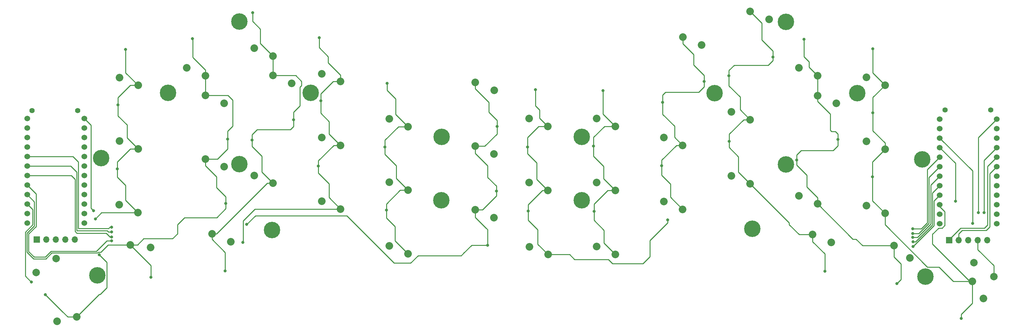
<source format=gbr>
%TF.GenerationSoftware,KiCad,Pcbnew,(6.0.5-0)*%
%TF.CreationDate,2023-01-31T11:57:14-08:00*%
%TF.ProjectId,Swept_3x6,53776570-745f-4337-9836-2e6b69636164,rev?*%
%TF.SameCoordinates,Original*%
%TF.FileFunction,Copper,L1,Top*%
%TF.FilePolarity,Positive*%
%FSLAX46Y46*%
G04 Gerber Fmt 4.6, Leading zero omitted, Abs format (unit mm)*
G04 Created by KiCad (PCBNEW (6.0.5-0)) date 2023-01-31 11:57:14*
%MOMM*%
%LPD*%
G01*
G04 APERTURE LIST*
%TA.AperFunction,ComponentPad*%
%ADD10C,4.400000*%
%TD*%
%TA.AperFunction,ComponentPad*%
%ADD11C,1.524000*%
%TD*%
%TA.AperFunction,ComponentPad*%
%ADD12C,2.032000*%
%TD*%
%TA.AperFunction,ComponentPad*%
%ADD13C,2.000000*%
%TD*%
%TA.AperFunction,ComponentPad*%
%ADD14C,1.397000*%
%TD*%
%TA.AperFunction,ComponentPad*%
%ADD15O,1.700000X1.700000*%
%TD*%
%TA.AperFunction,ComponentPad*%
%ADD16R,1.700000X1.700000*%
%TD*%
%TA.AperFunction,ViaPad*%
%ADD17C,0.800000*%
%TD*%
%TA.AperFunction,Conductor*%
%ADD18C,0.250000*%
%TD*%
G04 APERTURE END LIST*
D10*
%TO.P,,1*%
%TO.N,N/C*%
X166830000Y-54630000D03*
%TD*%
%TO.P,,1*%
%TO.N,N/C*%
X166820000Y-71570000D03*
%TD*%
%TO.P,,1*%
%TO.N,N/C*%
X129320000Y-71540000D03*
%TD*%
%TO.P,,1*%
%TO.N,N/C*%
X129350000Y-54610000D03*
%TD*%
D11*
%TO.P,U1,1,TX*%
%TO.N,CS*%
X277659800Y-49850000D03*
%TO.P,U1,2,RX*%
%TO.N,unconnected-(U1-Pad2)*%
X277659800Y-52390000D03*
%TO.P,U1,3,GND*%
%TO.N,gnd*%
X277659800Y-54930000D03*
%TO.P,U1,4,GND*%
X277659800Y-57470000D03*
%TO.P,U1,5,SDA*%
%TO.N,MOSI*%
X277659800Y-60010000D03*
%TO.P,U1,6,SCL*%
%TO.N,SCK*%
X277659800Y-62550000D03*
%TO.P,U1,7,D4*%
%TO.N,row_0*%
X277659800Y-65090000D03*
%TO.P,U1,8,C6*%
%TO.N,row_1*%
X277659800Y-67630000D03*
%TO.P,U1,9,D7*%
%TO.N,row_2*%
X277659800Y-70170000D03*
%TO.P,U1,10,E6*%
%TO.N,row_3*%
X277659800Y-72710000D03*
%TO.P,U1,11,B4*%
%TO.N,unconnected-(U1-Pad11)*%
X277659800Y-75250000D03*
%TO.P,U1,12,B5*%
%TO.N,unconnected-(U1-Pad12)*%
X277659800Y-77790000D03*
%TO.P,U1,13,B6*%
%TO.N,unconnected-(U1-Pad13)*%
X262439800Y-77790000D03*
%TO.P,U1,14,B2*%
%TO.N,unconnected-(U1-Pad14)*%
X262439800Y-75250000D03*
%TO.P,U1,15,B3*%
%TO.N,col5*%
X262439800Y-72710000D03*
%TO.P,U1,16,B1*%
%TO.N,col4*%
X262439800Y-70170000D03*
%TO.P,U1,17,F7*%
%TO.N,col3*%
X262439800Y-67630000D03*
%TO.P,U1,18,F6*%
%TO.N,col2*%
X262439800Y-65090000D03*
%TO.P,U1,19,F5*%
%TO.N,col1*%
X262439800Y-62550000D03*
%TO.P,U1,20,F4*%
%TO.N,col0*%
X262439800Y-60010000D03*
%TO.P,U1,21,VCC*%
%TO.N,vcc*%
X262439800Y-57470000D03*
%TO.P,U1,22,RST*%
%TO.N,reset*%
X262439800Y-54930000D03*
%TO.P,U1,23,GND*%
%TO.N,gnd*%
X262439800Y-52390000D03*
%TO.P,U1,24,RAW*%
%TO.N,raw*%
X262439800Y-49850000D03*
%TD*%
D12*
%TO.P,SW16,1,1*%
%TO.N,col2*%
X193776600Y-74022800D03*
%TO.P,SW16,2,2*%
%TO.N,Net-(D14-Pad2)*%
X188776600Y-71922800D03*
%TD*%
%TO.P,SW20,1,1*%
%TO.N,col3*%
X228473000Y-80739400D03*
%TO.P,SW20,2,2*%
%TO.N,Net-(D18-Pad2)*%
X233473000Y-82839400D03*
%TD*%
%TO.P,SW15,1,1*%
%TO.N,col1*%
X175818800Y-86037000D03*
%TO.P,SW15,2,2*%
%TO.N,Net-(D13-Pad2)*%
X170818800Y-83937000D03*
%TD*%
%TO.P,SW21,1,1*%
%TO.N,col4*%
X250193032Y-83658238D03*
%TO.P,SW21,2,2*%
%TO.N,Net-(D19-Pad2)*%
X254479142Y-86980777D03*
%TD*%
%TO.P,SW17,1,1*%
%TO.N,col3*%
X211785200Y-67139400D03*
%TO.P,SW17,2,2*%
%TO.N,Net-(D15-Pad2)*%
X206785200Y-65039400D03*
%TD*%
%TO.P,SW18,1,1*%
%TO.N,col4*%
X229793800Y-72498800D03*
%TO.P,SW18,2,2*%
%TO.N,Net-(D16-Pad2)*%
X224793800Y-70398800D03*
%TD*%
%TO.P,SW4,1,1*%
%TO.N,col2*%
X193802000Y-27983600D03*
%TO.P,SW4,2,2*%
%TO.N,Net-(D2-Pad2)*%
X198802000Y-30083600D03*
%TD*%
%TO.P,SW3,1,1*%
%TO.N,col1*%
X175793400Y-51823200D03*
%TO.P,SW3,2,2*%
%TO.N,Net-(D1-Pad2)*%
X170793400Y-49723200D03*
%TD*%
%TO.P,SW9,1,1*%
%TO.N,col1*%
X175793400Y-68917400D03*
%TO.P,SW9,2,2*%
%TO.N,Net-(D7-Pad2)*%
X170793400Y-66817400D03*
%TD*%
%TO.P,SW14,1,1*%
%TO.N,col0*%
X157810200Y-86062400D03*
%TO.P,SW14,2,2*%
%TO.N,Net-(D12-Pad2)*%
X152810200Y-83962400D03*
%TD*%
%TO.P,SW12,1,1*%
%TO.N,col4*%
X229793800Y-43579200D03*
%TO.P,SW12,2,2*%
%TO.N,Net-(D10-Pad2)*%
X234793800Y-45679200D03*
%TD*%
%TO.P,SW11,1,1*%
%TO.N,col3*%
X211785200Y-50019800D03*
%TO.P,SW11,2,2*%
%TO.N,Net-(D9-Pad2)*%
X206785200Y-47919800D03*
%TD*%
%TO.P,SW8,1,1*%
%TO.N,col0*%
X157784800Y-68942800D03*
%TO.P,SW8,2,2*%
%TO.N,Net-(D6-Pad2)*%
X152784800Y-66842800D03*
%TD*%
%TO.P,SW6,1,1*%
%TO.N,col4*%
X229819200Y-38259600D03*
%TO.P,SW6,2,2*%
%TO.N,Net-(D4-Pad2)*%
X224819200Y-36159600D03*
%TD*%
%TO.P,SW5,1,1*%
%TO.N,col3*%
X211810600Y-21125600D03*
%TO.P,SW5,2,2*%
%TO.N,Net-(D3-Pad2)*%
X216810600Y-23225600D03*
%TD*%
%TO.P,SW2,1,1*%
%TO.N,col0*%
X157784800Y-51823200D03*
%TO.P,SW2,2,2*%
%TO.N,Net-(D0-Pad2)*%
X152784800Y-49723200D03*
%TD*%
D13*
%TO.P,RSW1,1,1*%
%TO.N,gnd*%
X276852244Y-91994123D03*
%TO.P,RSW1,2,2*%
%TO.N,reset*%
X271527756Y-88265877D03*
%TD*%
D12*
%TO.P,SW10,1,1*%
%TO.N,col2*%
X193776600Y-56903200D03*
%TO.P,SW10,2,2*%
%TO.N,Net-(D8-Pad2)*%
X188776600Y-54803200D03*
%TD*%
D10*
%TO.P,REF\u002A\u002A,1*%
%TO.N,N/C*%
X240352000Y-42936000D03*
X202252000Y-42936000D03*
X221302000Y-23886000D03*
X221302000Y-61986000D03*
%TD*%
D11*
%TO.P,U2,1,TX*%
%TO.N,CSr*%
X33942000Y-49722800D03*
%TO.P,U2,2,RX*%
%TO.N,unconnected-(U2-Pad2)*%
X33942000Y-52262800D03*
%TO.P,U2,3,GND*%
%TO.N,gnd_r*%
X33942000Y-54802800D03*
%TO.P,U2,4,GND*%
X33942000Y-57342800D03*
%TO.P,U2,5,SDA*%
%TO.N,MOSIr*%
X33942000Y-59882800D03*
%TO.P,U2,6,SCL*%
%TO.N,SCKr*%
X33942000Y-62422800D03*
%TO.P,U2,7,D4*%
%TO.N,row_0r*%
X33942000Y-64962800D03*
%TO.P,U2,8,C6*%
%TO.N,row_1r*%
X33942000Y-67502800D03*
%TO.P,U2,9,D7*%
%TO.N,row_2r*%
X33942000Y-70042800D03*
%TO.P,U2,10,E6*%
%TO.N,row_3r*%
X33942000Y-72582800D03*
%TO.P,U2,11,B4*%
%TO.N,unconnected-(U2-Pad11)*%
X33942000Y-75122800D03*
%TO.P,U2,12,B5*%
%TO.N,unconnected-(U2-Pad12)*%
X33942000Y-77662800D03*
%TO.P,U2,13,B6*%
%TO.N,unconnected-(U2-Pad13)*%
X18722000Y-77662800D03*
%TO.P,U2,14,B2*%
%TO.N,unconnected-(U2-Pad14)*%
X18722000Y-75122800D03*
%TO.P,U2,15,B3*%
%TO.N,col5r*%
X18722000Y-72582800D03*
%TO.P,U2,16,B1*%
%TO.N,col4r*%
X18722000Y-70042800D03*
%TO.P,U2,17,F7*%
%TO.N,col3r*%
X18722000Y-67502800D03*
%TO.P,U2,18,F6*%
%TO.N,col2r*%
X18722000Y-64962800D03*
%TO.P,U2,19,F5*%
%TO.N,col1r*%
X18722000Y-62422800D03*
%TO.P,U2,20,F4*%
%TO.N,col0r*%
X18722000Y-59882800D03*
%TO.P,U2,21,VCC*%
%TO.N,vcc_r*%
X18722000Y-57342800D03*
%TO.P,U2,22,RST*%
%TO.N,reset_r*%
X18722000Y-54802800D03*
%TO.P,U2,23,GND*%
%TO.N,gnd_r*%
X18722000Y-52262800D03*
%TO.P,U2,24,RAW*%
%TO.N,raw_r*%
X18722000Y-49722800D03*
%TD*%
D12*
%TO.P,SW17_r1,1,1*%
%TO.N,col3r*%
X84378800Y-67012400D03*
%TO.P,SW17_r1,2,2*%
%TO.N,Net-(Dr15-Pad2)*%
X79378800Y-64912400D03*
%TD*%
%TO.P,SW11_r1,1,1*%
%TO.N,col3r*%
X84353400Y-38219800D03*
%TO.P,SW11_r1,2,2*%
%TO.N,Net-(Dr9-Pad2)*%
X89353400Y-40319800D03*
%TD*%
%TO.P,SW15_r1,1,1*%
%TO.N,col1r*%
X120396000Y-85859200D03*
%TO.P,SW15_r1,2,2*%
%TO.N,Net-(Dr13-Pad2)*%
X115396000Y-83759200D03*
%TD*%
%TO.P,SW18_r1,1,1*%
%TO.N,col4r*%
X66344800Y-60521000D03*
%TO.P,SW18_r1,2,2*%
%TO.N,Net-(Dr16-Pad2)*%
X71344800Y-62621000D03*
%TD*%
%TO.P,SW6_r1,1,1*%
%TO.N,col4r*%
X66344800Y-38259600D03*
%TO.P,SW6_r1,2,2*%
%TO.N,Net-(Dr4-Pad2)*%
X61344800Y-36159600D03*
%TD*%
%TO.P,SW5_r1,1,1*%
%TO.N,col3r*%
X84378800Y-33001800D03*
%TO.P,SW5_r1,2,2*%
%TO.N,Net-(Dr3-Pad2)*%
X79378800Y-30901800D03*
%TD*%
%TO.P,SW2_r1,1,1*%
%TO.N,col0r*%
X138404600Y-40074000D03*
%TO.P,SW2_r1,2,2*%
%TO.N,Net-(Dr0-Pad2)*%
X143404600Y-42174000D03*
%TD*%
%TO.P,SW16_r1,1,1*%
%TO.N,col2r*%
X102412800Y-73895800D03*
%TO.P,SW16_r1,2,2*%
%TO.N,Net-(Dr14-Pad2)*%
X97412800Y-71795800D03*
%TD*%
%TO.P,SW4_r1,1,1*%
%TO.N,col2r*%
X102387400Y-39834400D03*
%TO.P,SW4_r1,2,2*%
%TO.N,Net-(Dr2-Pad2)*%
X97387400Y-37734400D03*
%TD*%
%TO.P,SW13_r1,1,1*%
%TO.N,col5r*%
X48336200Y-57843000D03*
%TO.P,SW13_r1,2,2*%
%TO.N,Net-(Dr11-Pad2)*%
X43336200Y-55743000D03*
%TD*%
%TO.P,SW12_r1,1,1*%
%TO.N,col4r*%
X66344800Y-43528400D03*
%TO.P,SW12_r1,2,2*%
%TO.N,Net-(Dr10-Pad2)*%
X71344800Y-45628400D03*
%TD*%
%TO.P,SW3_r1,1,1*%
%TO.N,col1r*%
X120396000Y-51874000D03*
%TO.P,SW3_r1,2,2*%
%TO.N,Net-(Dr1-Pad2)*%
X115396000Y-49774000D03*
%TD*%
%TO.P,SW8_r1,1,1*%
%TO.N,col0r*%
X138379200Y-57066600D03*
%TO.P,SW8_r1,2,2*%
%TO.N,Net-(Dr6-Pad2)*%
X143379200Y-59166600D03*
%TD*%
%TO.P,SW21_r1,1,1*%
%TO.N,col4r*%
X46250368Y-83455038D03*
%TO.P,SW21_r1,2,2*%
%TO.N,Net-(Dr19-Pad2)*%
X51623517Y-84189387D03*
%TD*%
%TO.P,SW9_r1,1,1*%
%TO.N,col1r*%
X120396000Y-68866600D03*
%TO.P,SW9_r1,2,2*%
%TO.N,Net-(Dr7-Pad2)*%
X115396000Y-66766600D03*
%TD*%
%TO.P,SW20_r1,1,1*%
%TO.N,col3r*%
X68072000Y-80510800D03*
%TO.P,SW20_r1,2,2*%
%TO.N,Net-(Dr18-Pad2)*%
X73072000Y-82610800D03*
%TD*%
%TO.P,SW7_r1,1,1*%
%TO.N,col5r*%
X48336200Y-40850400D03*
%TO.P,SW7_r1,2,2*%
%TO.N,Net-(Dr5-Pad2)*%
X43336200Y-38750400D03*
%TD*%
D10*
%TO.P,REF\u002A\u002A,1*%
%TO.N,N/C*%
X94407400Y-42878400D03*
X56307400Y-42878400D03*
X75357400Y-61928400D03*
X75357400Y-23828400D03*
%TD*%
D13*
%TO.P,RSW2,1,1*%
%TO.N,gnd_r*%
X26412244Y-87115877D03*
%TO.P,RSW2,2,2*%
%TO.N,reset_r*%
X21087756Y-90844123D03*
%TD*%
D12*
%TO.P,SW13,1,1*%
%TO.N,col5*%
X247827800Y-57944600D03*
%TO.P,SW13,2,2*%
%TO.N,Net-(D11-Pad2)*%
X242827800Y-55844600D03*
%TD*%
D10*
%TO.P,,1*%
%TO.N,N/C*%
X212360000Y-79150000D03*
%TD*%
D12*
%TO.P,SW22,1,1*%
%TO.N,col5*%
X271150901Y-93211003D03*
%TO.P,SW22,2,2*%
%TO.N,Net-(D20-Pad2)*%
X274042151Y-97799104D03*
%TD*%
%TO.P,SW19,1,1*%
%TO.N,col5*%
X247827800Y-75064200D03*
%TO.P,SW19,2,2*%
%TO.N,Net-(D17-Pad2)*%
X242827800Y-72964200D03*
%TD*%
D10*
%TO.P,,1*%
%TO.N,N/C*%
X257750000Y-60620000D03*
%TD*%
D12*
%TO.P,SW19_r1,1,1*%
%TO.N,col5r*%
X48310800Y-74861000D03*
%TO.P,SW19_r1,2,2*%
%TO.N,Net-(Dr17-Pad2)*%
X43310800Y-72761000D03*
%TD*%
D10*
%TO.P,,1*%
%TO.N,N/C*%
X37450000Y-91600000D03*
%TD*%
D14*
%TO.P,Bat+1,1,1*%
%TO.N,BT+*%
X263855200Y-47396400D03*
%TD*%
D12*
%TO.P,SW10_r1,1,1*%
%TO.N,col2r*%
X102387400Y-56877800D03*
%TO.P,SW10_r1,2,2*%
%TO.N,Net-(Dr8-Pad2)*%
X97387400Y-54777800D03*
%TD*%
%TO.P,SW22_r1,1,1*%
%TO.N,col5r*%
X31968637Y-102744927D03*
%TO.P,SW22_r1,2,2*%
%TO.N,Net-(Dr20-Pad2)*%
X26668366Y-103892590D03*
%TD*%
D14*
%TO.P,BatGND1,1,1*%
%TO.N,gnd*%
X275996400Y-47447200D03*
%TD*%
%TO.P,Bat+r1,1,1*%
%TO.N,BT+_r*%
X20040600Y-47574200D03*
%TD*%
D10*
%TO.P,,1*%
%TO.N,N/C*%
X258610000Y-91950000D03*
%TD*%
D15*
%TO.P,J1,5,Pin_5*%
%TO.N,CS*%
X275125000Y-82180000D03*
%TO.P,J1,4,Pin_4*%
%TO.N,gnd*%
X272585000Y-82180000D03*
%TO.P,J1,3,Pin_3*%
%TO.N,vcc*%
X270045000Y-82180000D03*
%TO.P,J1,2,Pin_2*%
%TO.N,SCK*%
X267505000Y-82180000D03*
D16*
%TO.P,J1,1,Pin_1*%
%TO.N,MOSI*%
X264965000Y-82180000D03*
%TD*%
D10*
%TO.P,,1*%
%TO.N,N/C*%
X38450000Y-60260000D03*
%TD*%
D12*
%TO.P,SW14_r1,1,1*%
%TO.N,col0r*%
X138379200Y-74084600D03*
%TO.P,SW14_r1,2,2*%
%TO.N,Net-(Dr12-Pad2)*%
X143379200Y-76184600D03*
%TD*%
%TO.P,SW7,1,1*%
%TO.N,col5*%
X247827800Y-40825000D03*
%TO.P,SW7,2,2*%
%TO.N,Net-(D5-Pad2)*%
X242827800Y-38725000D03*
%TD*%
D10*
%TO.P,,1*%
%TO.N,N/C*%
X84080000Y-79480000D03*
%TD*%
D16*
%TO.P,J2,1,Pin_1*%
%TO.N,MOSIr*%
X21230000Y-82090000D03*
D15*
%TO.P,J2,2,Pin_2*%
%TO.N,SCKr*%
X23770000Y-82090000D03*
%TO.P,J2,3,Pin_3*%
%TO.N,vcc_r*%
X26310000Y-82090000D03*
%TO.P,J2,4,Pin_4*%
%TO.N,gnd_r*%
X28850000Y-82090000D03*
%TO.P,J2,5,Pin_5*%
%TO.N,CSr*%
X31390000Y-82090000D03*
%TD*%
D14*
%TO.P,BatGND4,1,1*%
%TO.N,gnd_r*%
X32207200Y-47625000D03*
%TD*%
D17*
%TO.N,gnd*%
X274260000Y-74860000D03*
%TO.N,vcc*%
X266620000Y-71770000D03*
%TO.N,reset*%
X271230000Y-77750000D03*
%TO.N,CS*%
X272740000Y-74890000D03*
%TO.N,CSr*%
X36395000Y-74345000D03*
%TO.N,col0*%
X189763400Y-76809600D03*
X255219200Y-79171800D03*
X154457400Y-42011600D03*
X152501600Y-74472800D03*
X152323800Y-57302400D03*
%TO.N,col1*%
X255219200Y-80483697D03*
X170103800Y-74498200D03*
X169976800Y-57073800D03*
X172516800Y-42240200D03*
%TO.N,col2*%
X255219200Y-81483200D03*
X188188600Y-62306200D03*
X188417200Y-45364400D03*
X199517000Y-39801800D03*
%TO.N,col3*%
X206121000Y-38277800D03*
X217855800Y-33274000D03*
X206171800Y-55778400D03*
X255270000Y-82651600D03*
X231724200Y-90551000D03*
%TO.N,col4*%
X226187000Y-28549600D03*
X255320800Y-83921600D03*
X235204000Y-55321200D03*
X250952000Y-93827600D03*
X224256600Y-60782200D03*
%TO.N,col5*%
X244475000Y-65303400D03*
X244576600Y-48158400D03*
X244551200Y-31064200D03*
X268198600Y-103124000D03*
%TO.N,col0r*%
X77343000Y-78028800D03*
X41275000Y-78765400D03*
X144170400Y-51866800D03*
X144018000Y-69062600D03*
X141630400Y-83540600D03*
%TO.N,col1r*%
X114249200Y-57327800D03*
X114808000Y-40335200D03*
X114655600Y-74168000D03*
X41249600Y-80010000D03*
%TO.N,col2r*%
X96494600Y-62382400D03*
X97104200Y-44983400D03*
X96723200Y-28092400D03*
X41249600Y-81356200D03*
X76327000Y-82854800D03*
%TO.N,col3r*%
X89814400Y-50063400D03*
X71602600Y-90398600D03*
X78968600Y-21463000D03*
X41249600Y-82397600D03*
X78765400Y-55448200D03*
%TO.N,col4r*%
X51790600Y-92100400D03*
X72212200Y-55194200D03*
X62865000Y-28371800D03*
X71729600Y-72440800D03*
%TO.N,col5r*%
X37973000Y-86131400D03*
X42976800Y-46075600D03*
X23571200Y-96748600D03*
X42773600Y-63169800D03*
X36906200Y-76530200D03*
X45008800Y-31267400D03*
X19837400Y-93370400D03*
%TD*%
D18*
%TO.N,col5r*%
X39990000Y-88148400D02*
X39990000Y-94960000D01*
X37973000Y-86131400D02*
X39990000Y-88148400D01*
X39990000Y-94960000D02*
X38209436Y-96740564D01*
X38209436Y-96740564D02*
X37973000Y-96740564D01*
%TO.N,MOSI*%
X264965000Y-82075000D02*
X268030000Y-79010000D01*
X264965000Y-82180000D02*
X264965000Y-82075000D01*
%TO.N,SCK*%
X267505000Y-82180000D02*
X267505000Y-80535000D01*
X267505000Y-80535000D02*
X268450000Y-79590000D01*
%TO.N,gnd*%
X272585000Y-84745000D02*
X272585000Y-82180000D01*
X276852244Y-89012244D02*
X272585000Y-84745000D01*
X276852244Y-91994123D02*
X276852244Y-89012244D01*
%TO.N,SCK*%
X274840000Y-79590000D02*
X275790000Y-78640000D01*
X275790000Y-78640000D02*
X275790000Y-64419800D01*
X268450000Y-79590000D02*
X274840000Y-79590000D01*
X275790000Y-64419800D02*
X277659800Y-62550000D01*
%TO.N,MOSI*%
X268030000Y-79010000D02*
X274360000Y-79010000D01*
X274360000Y-79010000D02*
X274380000Y-79030000D01*
X274380000Y-79030000D02*
X275210000Y-78200000D01*
X275210000Y-78200000D02*
X275210000Y-62459800D01*
X275210000Y-62459800D02*
X277659800Y-60010000D01*
%TO.N,gnd*%
X274260000Y-60869800D02*
X277659800Y-57470000D01*
X274260000Y-74860000D02*
X274260000Y-60869800D01*
%TO.N,vcc*%
X266620000Y-61650200D02*
X262439800Y-57470000D01*
X266620000Y-71770000D02*
X266620000Y-61650200D01*
%TO.N,reset*%
X262439800Y-54930000D02*
X271230000Y-63720200D01*
X271230000Y-63720200D02*
X271230000Y-77750000D01*
%TO.N,CS*%
X272740000Y-54769800D02*
X277659800Y-49850000D01*
X272740000Y-74890000D02*
X272740000Y-54769800D01*
%TO.N,CSr*%
X33942000Y-49722800D02*
X35720000Y-51500800D01*
X35720000Y-73670000D02*
X36395000Y-74345000D01*
X35720000Y-51500800D02*
X35720000Y-73670000D01*
%TO.N,col0*%
X189763400Y-77546200D02*
X189763400Y-76809600D01*
X152323800Y-57302400D02*
X152323800Y-59080400D01*
X157784800Y-51823200D02*
X155313800Y-51823200D01*
X155549600Y-48437800D02*
X155549600Y-47454992D01*
X155067000Y-83319200D02*
X157810200Y-86062400D01*
X259110720Y-63339080D02*
X262439800Y-60010000D01*
X155067000Y-79425800D02*
X155067000Y-83319200D01*
X154813000Y-61569600D02*
X154813000Y-65971000D01*
X259110720Y-77540162D02*
X259110720Y-63339080D01*
X157784800Y-51823200D02*
X155549600Y-49588000D01*
X175056800Y-88493600D02*
X183184800Y-88493600D01*
X163557800Y-86062400D02*
X164872911Y-87377511D01*
X183184800Y-88493600D02*
X185013600Y-86664800D01*
X155313800Y-51823200D02*
X152323800Y-54813200D01*
X152501600Y-76860400D02*
X155067000Y-79425800D01*
X154813000Y-65971000D02*
X157784800Y-68942800D01*
X185013600Y-82296000D02*
X189763400Y-77546200D01*
X152323800Y-59080400D02*
X154813000Y-61569600D01*
X157810200Y-86062400D02*
X163557800Y-86062400D01*
X152323800Y-54813200D02*
X152323800Y-57302400D01*
X255219200Y-79171800D02*
X257479082Y-79171800D01*
X152501600Y-72745600D02*
X152501600Y-74472800D01*
X155549600Y-49588000D02*
X155549600Y-48437800D01*
X257479082Y-79171800D02*
X259110720Y-77540162D01*
X173940711Y-87377511D02*
X175056800Y-88493600D01*
X154457400Y-46362792D02*
X154457400Y-42011600D01*
X155549600Y-47454992D02*
X154457400Y-46362792D01*
X156304400Y-68942800D02*
X152501600Y-72745600D01*
X164872911Y-87377511D02*
X173940711Y-87377511D01*
X157784800Y-68942800D02*
X156304400Y-68942800D01*
X152501600Y-74472800D02*
X152501600Y-76860400D01*
X185013600Y-86664800D02*
X185013600Y-82296000D01*
%TO.N,col1*%
X169976800Y-57073800D02*
X169976800Y-54711600D01*
X169976800Y-59817000D02*
X169976800Y-57073800D01*
X172865200Y-51823200D02*
X175793400Y-51823200D01*
X172770800Y-79578200D02*
X170103800Y-76911200D01*
X173779600Y-68917400D02*
X175793400Y-68917400D01*
X256802903Y-80483697D02*
X259560240Y-77726360D01*
X175793400Y-68917400D02*
X172669200Y-65793200D01*
X175818800Y-86037000D02*
X172770800Y-82989000D01*
X170103800Y-76911200D02*
X170103800Y-74498200D01*
X170103800Y-72593200D02*
X173779600Y-68917400D01*
X255219200Y-80483697D02*
X256802903Y-80483697D01*
X259560240Y-77726360D02*
X259560240Y-65429560D01*
X175793400Y-51823200D02*
X172516800Y-48546600D01*
X172669200Y-65793200D02*
X172669200Y-62509400D01*
X169976800Y-54711600D02*
X172865200Y-51823200D01*
X259560240Y-65429560D02*
X262439800Y-62550000D01*
X172770800Y-82989000D02*
X172770800Y-79578200D01*
X172516800Y-48546600D02*
X172516800Y-42240200D01*
X172669200Y-62509400D02*
X169976800Y-59817000D01*
X170103800Y-74498200D02*
X170103800Y-72593200D01*
%TO.N,col2*%
X189153800Y-42697400D02*
X198043800Y-42697400D01*
X196723000Y-35407600D02*
X196723000Y-32639000D01*
X192093000Y-56903200D02*
X193776600Y-56903200D01*
X188417200Y-43434000D02*
X189153800Y-42697400D01*
X193776600Y-56903200D02*
X191592200Y-54718800D01*
X188188600Y-62306200D02*
X188188600Y-60807600D01*
X260009760Y-67520040D02*
X262439800Y-65090000D01*
X188417200Y-45364400D02*
X188417200Y-43434000D01*
X193776600Y-74022800D02*
X190500000Y-70746200D01*
X196723000Y-32639000D02*
X193802000Y-29718000D01*
X199517000Y-38201600D02*
X196723000Y-35407600D01*
X199517000Y-39801800D02*
X199517000Y-38201600D01*
X256463082Y-81483200D02*
X260009760Y-77936522D01*
X190500000Y-70746200D02*
X190500000Y-67208400D01*
X260009760Y-77936522D02*
X260009760Y-67520040D01*
X193802000Y-29718000D02*
X193802000Y-27983600D01*
X188417200Y-48590200D02*
X188417200Y-45364400D01*
X188188600Y-64897000D02*
X188188600Y-62306200D01*
X191592200Y-51765200D02*
X188417200Y-48590200D01*
X188188600Y-60807600D02*
X192093000Y-56903200D01*
X199517000Y-41224200D02*
X199517000Y-39801800D01*
X191592200Y-54718800D02*
X191592200Y-51765200D01*
X190500000Y-67208400D02*
X188188600Y-64897000D01*
X255219200Y-81483200D02*
X256463082Y-81483200D01*
X198043800Y-42697400D02*
X199517000Y-41224200D01*
%TO.N,col3*%
X209143600Y-47378200D02*
X209143600Y-43992800D01*
X228473000Y-82651600D02*
X231724200Y-85902800D01*
X255270000Y-82651600D02*
X255930400Y-82651600D01*
X216611200Y-35458400D02*
X217855800Y-34213800D01*
X260459280Y-69610520D02*
X262439800Y-67630000D01*
X217855800Y-31648400D02*
X214909400Y-28702000D01*
X260459280Y-78122720D02*
X260459280Y-69610520D01*
X214909400Y-28702000D02*
X214909400Y-24224400D01*
X206121000Y-40970200D02*
X206121000Y-38277800D01*
X231724200Y-85902800D02*
X231724200Y-90551000D01*
X217855800Y-33274000D02*
X217855800Y-31648400D01*
X206171800Y-57454800D02*
X206171800Y-55778400D01*
X222173800Y-77528000D02*
X222173800Y-78054200D01*
X208635600Y-63989800D02*
X208635600Y-59918600D01*
X217855800Y-34213800D02*
X217855800Y-33274000D01*
X222173800Y-78054200D02*
X224859000Y-80739400D01*
X224859000Y-80739400D02*
X228473000Y-80739400D01*
X211785200Y-67139400D02*
X208635600Y-63989800D01*
X210050800Y-50019800D02*
X211785200Y-50019800D01*
X255930400Y-82651600D02*
X260459280Y-78122720D01*
X211785200Y-67139400D02*
X222173800Y-77528000D01*
X206171800Y-55778400D02*
X206171800Y-53898800D01*
X211785200Y-50019800D02*
X209143600Y-47378200D01*
X206171800Y-53898800D02*
X210050800Y-50019800D01*
X208635600Y-59918600D02*
X206171800Y-57454800D01*
X228473000Y-80739400D02*
X228473000Y-82651600D01*
X214909400Y-24224400D02*
X211810600Y-21125600D01*
X206121000Y-36880800D02*
X207543400Y-35458400D01*
X209143600Y-43992800D02*
X206121000Y-40970200D01*
X206121000Y-38277800D02*
X206121000Y-36880800D01*
X207543400Y-35458400D02*
X216611200Y-35458400D01*
%TO.N,col4*%
X250193032Y-83658238D02*
X250193032Y-86693232D01*
X235204000Y-55321200D02*
X235204000Y-56997600D01*
X225425000Y-58242200D02*
X224256600Y-59410600D01*
X224256600Y-60782200D02*
X224256600Y-62179200D01*
X233959400Y-58242200D02*
X225425000Y-58242200D01*
X239235400Y-81940400D02*
X240080800Y-81940400D01*
X229793800Y-43579200D02*
X229793800Y-45135800D01*
X229793800Y-45135800D02*
X233197400Y-48539400D01*
X250193032Y-86693232D02*
X252069600Y-88569800D01*
X229819200Y-38259600D02*
X227558600Y-35999000D01*
X226187000Y-33197800D02*
X226187000Y-28549600D01*
X229793800Y-72498800D02*
X239235400Y-81940400D01*
X235204000Y-53848000D02*
X235204000Y-55321200D01*
X240080800Y-81940400D02*
X241798638Y-83658238D01*
X227558600Y-35382200D02*
X227558600Y-34569400D01*
X234518200Y-53162200D02*
X235204000Y-53848000D01*
X229793800Y-70840600D02*
X229793800Y-72498800D01*
X233197400Y-52832000D02*
X233527600Y-53162200D01*
X233197400Y-48539400D02*
X233197400Y-52832000D01*
X241798638Y-83658238D02*
X250193032Y-83658238D01*
X260908800Y-78333600D02*
X260908800Y-71701000D01*
X226237800Y-33248600D02*
X226187000Y-33197800D01*
X224256600Y-59410600D02*
X224256600Y-60782200D01*
X255320800Y-83921600D02*
X260908800Y-78333600D01*
X229819200Y-43553800D02*
X229793800Y-43579200D01*
X227558600Y-34569400D02*
X226237800Y-33248600D01*
X224256600Y-62179200D02*
X226923600Y-64846200D01*
X260908800Y-71701000D02*
X262439800Y-70170000D01*
X252069600Y-92710000D02*
X250952000Y-93827600D01*
X252069600Y-88569800D02*
X252069600Y-92710000D01*
X229819200Y-38259600D02*
X229819200Y-43553800D01*
X235204000Y-56997600D02*
X233959400Y-58242200D01*
X226923600Y-67970400D02*
X229793800Y-70840600D01*
X226923600Y-64846200D02*
X226923600Y-67970400D01*
X227558600Y-35999000D02*
X227558600Y-35382200D01*
X233527600Y-53162200D02*
X234518200Y-53162200D01*
%TO.N,col5*%
X247827800Y-56235600D02*
X247827800Y-57944600D01*
X247827800Y-40825000D02*
X244551200Y-37548400D01*
X247827800Y-40825000D02*
X244576600Y-44076200D01*
X244576600Y-48158400D02*
X244576600Y-52984400D01*
X270401003Y-93211003D02*
X271150901Y-93211003D01*
X263780000Y-78260000D02*
X263070000Y-78970000D01*
X263780000Y-74570000D02*
X263780000Y-78260000D01*
X247827800Y-57944600D02*
X244475000Y-61297400D01*
X244551200Y-36271200D02*
X244551200Y-31064200D01*
X247827800Y-78105000D02*
X259130800Y-89408000D01*
X259130800Y-89408000D02*
X262204200Y-89408000D01*
X266007203Y-93211003D02*
X271150901Y-93211003D01*
X247827800Y-75064200D02*
X247827800Y-78105000D01*
X244576600Y-44076200D02*
X244576600Y-48158400D01*
X269036800Y-101168200D02*
X268198600Y-102006400D01*
X244475000Y-65303400D02*
X244475000Y-71711400D01*
X262439800Y-72710000D02*
X262439800Y-73229800D01*
X263070000Y-78970000D02*
X262130000Y-78970000D01*
X244475000Y-71711400D02*
X247827800Y-75064200D01*
X262130000Y-78970000D02*
X260470000Y-80630000D01*
X271150901Y-99054099D02*
X269036800Y-101168200D01*
X268198600Y-102006400D02*
X268198600Y-103124000D01*
X271150901Y-93211003D02*
X271150901Y-99054099D01*
X244551200Y-37548400D02*
X244551200Y-36271200D01*
X262439800Y-73229800D02*
X263780000Y-74570000D01*
X244576600Y-52984400D02*
X247827800Y-56235600D01*
X262204200Y-89408000D02*
X266007203Y-93211003D01*
X244475000Y-61297400D02*
X244475000Y-65303400D01*
X260470000Y-83280000D02*
X270401003Y-93211003D01*
X260470000Y-80630000D02*
X260470000Y-83280000D01*
%TO.N,col0r*%
X141706600Y-62331600D02*
X141706600Y-65455800D01*
X138379200Y-74084600D02*
X138379200Y-76098400D01*
X140926400Y-57066600D02*
X138379200Y-57066600D01*
X138379200Y-59004200D02*
X141706600Y-62331600D01*
X141630400Y-79349600D02*
X141630400Y-83540600D01*
X138404600Y-40074000D02*
X138404600Y-41757600D01*
X123113800Y-86360000D02*
X121132600Y-88341200D01*
X141706600Y-65455800D02*
X144018000Y-67767200D01*
X144170400Y-50190400D02*
X144170400Y-51866800D01*
X144018000Y-67767200D02*
X144018000Y-69062600D01*
X144170400Y-51866800D02*
X144170400Y-53822600D01*
X32400000Y-79070200D02*
X32400000Y-61320000D01*
X41275000Y-78765400D02*
X40767000Y-78765400D01*
X30962800Y-59882800D02*
X18722000Y-59882800D01*
X32400000Y-61320000D02*
X30962800Y-59882800D01*
X140342200Y-74084600D02*
X138379200Y-74084600D01*
X141351000Y-79070200D02*
X141630400Y-79349600D01*
X141630400Y-83540600D02*
X137439400Y-83540600D01*
X138379200Y-76098400D02*
X141351000Y-79070200D01*
X40767000Y-78765400D02*
X40462200Y-79070200D01*
X142011400Y-48031400D02*
X144170400Y-50190400D01*
X116662200Y-88341200D02*
X110159800Y-81838800D01*
X144018000Y-70408800D02*
X140342200Y-74084600D01*
X134620000Y-86360000D02*
X123723400Y-86360000D01*
X82880200Y-75717400D02*
X79654400Y-75717400D01*
X135255000Y-85725000D02*
X134620000Y-86360000D01*
X104038400Y-75717400D02*
X82880200Y-75717400D01*
X121132600Y-88341200D02*
X116662200Y-88341200D01*
X138404600Y-41757600D02*
X142011400Y-45364400D01*
X144170400Y-53822600D02*
X140926400Y-57066600D01*
X40462200Y-79070200D02*
X32400000Y-79070200D01*
X110159800Y-81838800D02*
X104038400Y-75717400D01*
X137439400Y-83540600D02*
X135255000Y-85725000D01*
X142011400Y-45364400D02*
X142011400Y-48031400D01*
X138379200Y-57066600D02*
X138379200Y-59004200D01*
X123723400Y-86360000D02*
X123113800Y-86360000D01*
X144018000Y-69062600D02*
X144018000Y-70408800D01*
X79654400Y-75717400D02*
X77343000Y-78028800D01*
%TO.N,col1r*%
X114249200Y-57327800D02*
X114249200Y-59283600D01*
X114655600Y-72542400D02*
X114655600Y-74168000D01*
X114249200Y-59283600D02*
X117271800Y-62306200D01*
X30322800Y-62422800D02*
X18722000Y-62422800D01*
X117119400Y-44475400D02*
X115011200Y-42367200D01*
X40106600Y-79705200D02*
X31950480Y-79705200D01*
X118331400Y-68866600D02*
X114655600Y-72542400D01*
X117271800Y-65742400D02*
X120396000Y-68866600D01*
X120396000Y-51874000D02*
X117119400Y-48597400D01*
X114249200Y-55499000D02*
X114249200Y-57327800D01*
X41249600Y-80010000D02*
X40411400Y-80010000D01*
X114808000Y-42164000D02*
X114808000Y-40335200D01*
X116941600Y-78613000D02*
X116941600Y-82404800D01*
X117874200Y-51874000D02*
X114249200Y-55499000D01*
X40411400Y-80010000D02*
X40106600Y-79705200D01*
X31950480Y-79705200D02*
X31950480Y-64050480D01*
X117271800Y-62306200D02*
X117271800Y-65742400D01*
X120396000Y-51874000D02*
X117874200Y-51874000D01*
X116941600Y-82404800D02*
X120396000Y-85859200D01*
X117119400Y-48597400D02*
X117119400Y-47269400D01*
X115011200Y-42367200D02*
X114808000Y-42164000D01*
X117119400Y-47269400D02*
X117119400Y-44475400D01*
X31950480Y-64050480D02*
X30322800Y-62422800D01*
X114655600Y-76327000D02*
X116941600Y-78613000D01*
X114655600Y-74168000D02*
X114655600Y-76327000D01*
X120396000Y-68866600D02*
X118331400Y-68866600D01*
%TO.N,col2r*%
X99085400Y-33197800D02*
X96672400Y-30784800D01*
X96494600Y-60960000D02*
X96494600Y-62382400D01*
X96494600Y-62382400D02*
X96494600Y-64312800D01*
X96494600Y-64312800D02*
X99339400Y-67157600D01*
X41249600Y-81356200D02*
X40816200Y-81356200D01*
X102387400Y-38150800D02*
X99085400Y-34848800D01*
X31500960Y-79891397D02*
X31500960Y-65990960D01*
X76352400Y-82829400D02*
X76352400Y-77089000D01*
X31500960Y-65990960D02*
X30472800Y-64962800D01*
X76352400Y-77089000D02*
X79545600Y-73895800D01*
X102387400Y-39834400D02*
X102387400Y-38150800D01*
X100399000Y-39834400D02*
X97104200Y-43129200D01*
X99339400Y-67157600D02*
X99339400Y-70822400D01*
X97104200Y-43129200D02*
X97104200Y-44983400D01*
X102387400Y-56877800D02*
X100576800Y-56877800D01*
X97104200Y-44983400D02*
X97104200Y-48310800D01*
X99364800Y-50571400D02*
X99364800Y-53855200D01*
X99364800Y-53855200D02*
X102387400Y-56877800D01*
X100576800Y-56877800D02*
X96494600Y-60960000D01*
X40816200Y-81356200D02*
X39800200Y-80340200D01*
X97104200Y-48310800D02*
X99364800Y-50571400D01*
X96672400Y-30784800D02*
X96672400Y-28143200D01*
X102387400Y-39834400D02*
X100399000Y-39834400D01*
X99339400Y-70822400D02*
X102412800Y-73895800D01*
X79545600Y-73895800D02*
X102412800Y-73895800D01*
X30472800Y-64962800D02*
X18722000Y-64962800D01*
X96672400Y-28143200D02*
X96723200Y-28092400D01*
X76327000Y-82854800D02*
X76352400Y-82829400D01*
X99085400Y-34848800D02*
X99085400Y-33197800D01*
X39800200Y-80340200D02*
X31949763Y-80340200D01*
X31949763Y-80340200D02*
X31500960Y-79891397D01*
%TO.N,col3r*%
X69298400Y-80510800D02*
X68072000Y-80510800D01*
X81356200Y-59766200D02*
X81356200Y-63989800D01*
X81000600Y-29623600D02*
X81000600Y-28194000D01*
X20595718Y-86720000D02*
X19109520Y-85233802D01*
X90416800Y-38219800D02*
X91973400Y-39776400D01*
X37162919Y-85180480D02*
X25093802Y-85180480D01*
X89814400Y-48031400D02*
X89814400Y-50063400D01*
X78765400Y-54000400D02*
X78765400Y-55448200D01*
X78765400Y-57175400D02*
X81356200Y-59766200D01*
X91973400Y-39776400D02*
X91973400Y-40868600D01*
X68072000Y-81965800D02*
X71602600Y-85496400D01*
X71602600Y-85496400D02*
X71602600Y-90398600D01*
X89814400Y-50063400D02*
X89814400Y-51841400D01*
X41249600Y-82397600D02*
X39945799Y-82397600D01*
X23554282Y-86720000D02*
X20595718Y-86720000D01*
X84378800Y-67012400D02*
X82796800Y-67012400D01*
X79070200Y-23901400D02*
X78968600Y-23799800D01*
X81000600Y-25831800D02*
X79070200Y-23901400D01*
X21066640Y-69847440D02*
X18722000Y-67502800D01*
X84353400Y-38219800D02*
X90416800Y-38219800D01*
X91541600Y-46304200D02*
X89814400Y-48031400D01*
X19109520Y-80526197D02*
X21066640Y-78569077D01*
X21066640Y-78569077D02*
X21066640Y-69847440D01*
X78765400Y-55448200D02*
X78765400Y-57175400D01*
X81356200Y-63989800D02*
X84378800Y-67012400D01*
X84378800Y-33001800D02*
X81000600Y-29623600D01*
X81000600Y-28194000D02*
X81000600Y-25831800D01*
X82796800Y-67012400D02*
X69298400Y-80510800D01*
X89814400Y-51841400D02*
X89001600Y-52654200D01*
X39945799Y-82397600D02*
X37162919Y-85180480D01*
X19109520Y-85233802D02*
X19109520Y-80526197D01*
X84378800Y-38194400D02*
X84353400Y-38219800D01*
X25093802Y-85180480D02*
X23554282Y-86720000D01*
X84378800Y-33001800D02*
X84378800Y-38194400D01*
X91973400Y-40868600D02*
X91541600Y-41300400D01*
X89001600Y-52654200D02*
X80111600Y-52654200D01*
X91541600Y-41300400D02*
X91541600Y-46304200D01*
X68072000Y-80510800D02*
X68072000Y-81965800D01*
X78968600Y-23799800D02*
X78968600Y-21463000D01*
X80111600Y-52654200D02*
X78765400Y-54000400D01*
%TO.N,col4r*%
X72212200Y-55194200D02*
X72212200Y-57810400D01*
X72212200Y-57810400D02*
X69501600Y-60521000D01*
X46250368Y-83455038D02*
X51790600Y-88995270D01*
X66344800Y-36779200D02*
X63068200Y-33502600D01*
X72212200Y-53136800D02*
X72212200Y-55194200D01*
X71729600Y-72440800D02*
X71729600Y-73787000D01*
X40294962Y-83455038D02*
X38350000Y-85400000D01*
X66344800Y-38259600D02*
X66344800Y-36779200D01*
X60731400Y-76174600D02*
X58826400Y-78079600D01*
X18660000Y-85420000D02*
X18660000Y-80340000D01*
X38350000Y-85400000D02*
X37679786Y-85400000D01*
X57531000Y-81838800D02*
X49834800Y-81838800D01*
X69342000Y-76174600D02*
X60731400Y-76174600D01*
X48218562Y-83455038D02*
X46250368Y-83455038D01*
X66344800Y-62306200D02*
X69291200Y-65252600D01*
X69291200Y-68148200D02*
X71729600Y-70586600D01*
X46250368Y-83455038D02*
X40294962Y-83455038D01*
X71729600Y-70586600D02*
X71729600Y-72440800D01*
X73609200Y-51739800D02*
X72212200Y-53136800D01*
X63068200Y-33502600D02*
X62890400Y-33324800D01*
X58826400Y-78079600D02*
X58826400Y-80543400D01*
X62890400Y-30226000D02*
X62890400Y-28397200D01*
X69291200Y-65252600D02*
X69291200Y-68148200D01*
X66344800Y-38259600D02*
X66344800Y-43528400D01*
X20617120Y-71937920D02*
X18722000Y-70042800D01*
X37449786Y-85630000D02*
X25280000Y-85630000D01*
X62890400Y-28397200D02*
X62865000Y-28371800D01*
X58826400Y-80543400D02*
X57531000Y-81838800D01*
X73609200Y-44831000D02*
X73609200Y-51739800D01*
X62890400Y-33324800D02*
X62890400Y-30226000D01*
X72306600Y-43528400D02*
X73609200Y-44831000D01*
X69501600Y-60521000D02*
X66344800Y-60521000D01*
X66344800Y-43528400D02*
X72306600Y-43528400D01*
X23710000Y-87200000D02*
X20440000Y-87200000D01*
X20440000Y-87200000D02*
X18660000Y-85420000D01*
X18660000Y-80340000D02*
X20617120Y-78382880D01*
X49834800Y-81838800D02*
X48218562Y-83455038D01*
X51790600Y-88995270D02*
X51790600Y-92100400D01*
X37679786Y-85400000D02*
X37449786Y-85630000D01*
X66344800Y-60521000D02*
X66344800Y-62306200D01*
X71729600Y-73787000D02*
X69342000Y-76174600D01*
X20617120Y-78382880D02*
X20617120Y-71937920D01*
X25280000Y-85630000D02*
X23710000Y-87200000D01*
%TO.N,col5r*%
X28067000Y-101244400D02*
X23571200Y-96748600D01*
X19761200Y-93370400D02*
X18190000Y-91799200D01*
X45364400Y-51409600D02*
X45364400Y-54871200D01*
X44983400Y-37497600D02*
X44983400Y-36322000D01*
X46271600Y-57843000D02*
X42773600Y-61341000D01*
X48336200Y-40850400D02*
X44983400Y-37497600D01*
X44983400Y-31292800D02*
X45008800Y-31267400D01*
X42773600Y-63169800D02*
X42773600Y-65354200D01*
X18190000Y-91799200D02*
X18190000Y-80080000D01*
X44983400Y-36322000D02*
X44983400Y-31292800D01*
X19837400Y-93370400D02*
X19761200Y-93370400D01*
X42773600Y-61341000D02*
X42773600Y-63169800D01*
X48336200Y-40850400D02*
X46220800Y-40850400D01*
X38575400Y-74861000D02*
X36906200Y-76530200D01*
X45008800Y-71559000D02*
X48310800Y-74861000D01*
X42976800Y-49022000D02*
X45364400Y-51409600D01*
X48336200Y-57843000D02*
X46271600Y-57843000D01*
X20167600Y-74028400D02*
X18722000Y-72582800D01*
X48310800Y-74861000D02*
X38575400Y-74861000D01*
X46220800Y-40850400D02*
X42976800Y-44094400D01*
X31968637Y-102744927D02*
X29567527Y-102744927D01*
X42773600Y-65354200D02*
X45008800Y-67589400D01*
X45364400Y-54871200D02*
X48336200Y-57843000D01*
X18190000Y-80080000D02*
X20167600Y-78102400D01*
X20167600Y-78102400D02*
X20167600Y-74028400D01*
X37973000Y-96740564D02*
X31968637Y-102744927D01*
X45008800Y-67589400D02*
X45008800Y-71559000D01*
X29567527Y-102744927D02*
X28067000Y-101244400D01*
X42976800Y-44094400D02*
X42976800Y-46075600D01*
X42976800Y-46075600D02*
X42976800Y-49022000D01*
%TD*%
M02*

</source>
